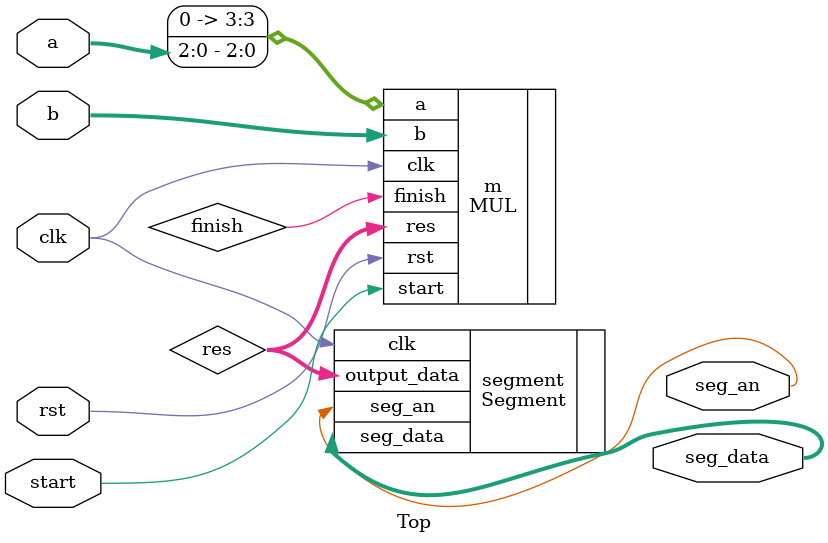
<source format=v>
module Top (
    input        clk, rst, start,
    input  [2:0] a, 
    input  [3:0] b,
    output       seg_an,
    output [3:0] seg_data
);

wire [7:0] res;
wire finish;

MUL #(.WIDTH(4)) m(.clk(clk), .rst(rst), .start(start), .a({1'b0, a}), .b(b), .res(res), .finish(finish));

Segment segment(
    .clk(clk),
    .output_data(res),
    .seg_data(seg_data),
    .seg_an(seg_an)
);
    
endmodule

</source>
